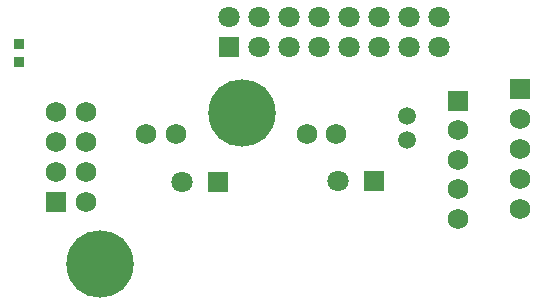
<source format=gts>
G04 Layer: TopSolderMaskLayer*
G04 EasyEDA Pro v1.9.30.011b94, 2023-06-19 18:55:00*
G04 Gerber Generator version 0.3*
G04 Scale: 100 percent, Rotated: No, Reflected: No*
G04 Dimensions in millimeters*
G04 Leading zeros omitted, absolute positions, 3 integers and 3 decimals*
%FSLAX33Y33*%
%MOMM*%
%ADD10C,5.703189*%
%ADD11R,0.965606X0.908075*%
%ADD12C,1.751599*%
%ADD13C,1.5016*%
%ADD14R,1.751599X1.751599*%
%ADD15R,1.751599X1.751599*%
%ADD16C,1.801599*%
%ADD17R,1.801599X1.801599*%
%ADD18R,1.801599X1.801599*%
G75*


G04 Pad Start*
G54D10*
G01X87813Y52896D03*
G01X99797Y65667D03*
G54D11*
G01X80899Y71492D03*
G01X80899Y69986D03*
G54D12*
G01X91713Y63881D03*
G01X94215Y63881D03*
G01X105302Y63881D03*
G01X107804Y63881D03*
G54D13*
G01X113792Y63389D03*
G01X113792Y65389D03*
G54D12*
G01X118110Y61722D03*
G01X118110Y64222D03*
G54D14*
G01X118110Y66722D03*
G54D12*
G01X118110Y59222D03*
G01X118110Y56722D03*
G54D14*
G01X123317Y67691D03*
G54D12*
G01X123317Y65151D03*
G01X123317Y62611D03*
G01X123317Y60071D03*
G01X123317Y57531D03*
G54D15*
G01X84074Y58166D03*
G54D12*
G01X84074Y60706D03*
G01X84074Y63246D03*
G01X84074Y65786D03*
G01X86614Y58166D03*
G01X86614Y60706D03*
G01X86614Y63246D03*
G01X86614Y65786D03*
G54D16*
G01X116459Y73787D03*
G01X116459Y71247D03*
G01X113919Y73787D03*
G01X113919Y71247D03*
G01X111379Y73787D03*
G01X111379Y71247D03*
G01X108839Y73787D03*
G01X108839Y71247D03*
G01X106299Y73787D03*
G01X106299Y71247D03*
G01X103759Y73787D03*
G01X103759Y71247D03*
G01X101219Y73787D03*
G01X101219Y71247D03*
G01X98679Y73787D03*
G54D17*
G01X98679Y71247D03*
G54D16*
G01X94766Y59817D03*
G54D18*
G01X97766Y59817D03*
G54D16*
G01X107974Y59944D03*
G54D18*
G01X110974Y59944D03*
G04 Pad End*

M02*

</source>
